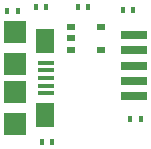
<source format=gtp>
%TF.GenerationSoftware,KiCad,Pcbnew,4.0.6+dfsg1-1*%
%TF.CreationDate,2017-09-08T03:35:07+02:00*%
%TF.ProjectId,fx2grok-tiny,66783267726F6B2D74696E792E6B6963,rev?*%
%TF.FileFunction,Paste,Top*%
%FSLAX46Y46*%
G04 Gerber Fmt 4.6, Leading zero omitted, Abs format (unit mm)*
G04 Created by KiCad (PCBNEW 4.0.6+dfsg1-1) date Fri Sep  8 03:35:07 2017*
%MOMM*%
%LPD*%
G01*
G04 APERTURE LIST*
%ADD10C,0.150000*%
%ADD11R,0.398780X0.599440*%
%ADD12R,0.762000X0.508000*%
%ADD13R,1.348740X0.398780*%
%ADD14R,1.600200X2.100580*%
%ADD15R,1.899920X1.899920*%
%ADD16R,2.200300X0.759460*%
G04 APERTURE END LIST*
D10*
D11*
X75379580Y-38735000D03*
X74480420Y-38735000D03*
X71823580Y-38735000D03*
X70924420Y-38735000D03*
D12*
X73880980Y-40446960D03*
X73880980Y-42351960D03*
X76420980Y-40446960D03*
X73880980Y-41399460D03*
X76420980Y-42351960D03*
D11*
X79189580Y-38989000D03*
X78290420Y-38989000D03*
X68521580Y-39065200D03*
X69420740Y-39065200D03*
X78925420Y-48260000D03*
X79824580Y-48260000D03*
X72331580Y-50165000D03*
X71432420Y-50165000D03*
D13*
X71800720Y-43449240D03*
X71800720Y-44099480D03*
X71800720Y-44749720D03*
X71800720Y-45399960D03*
X71800720Y-46050200D03*
D14*
X71701660Y-41650920D03*
X71701660Y-47851060D03*
D15*
X69151500Y-48648620D03*
X69151500Y-45948600D03*
X69151500Y-43550840D03*
X69151500Y-40850820D03*
D16*
X79281020Y-46248320D03*
X79281020Y-44973240D03*
X79281020Y-43698160D03*
X79281020Y-42423080D03*
X79281020Y-41148000D03*
M02*

</source>
